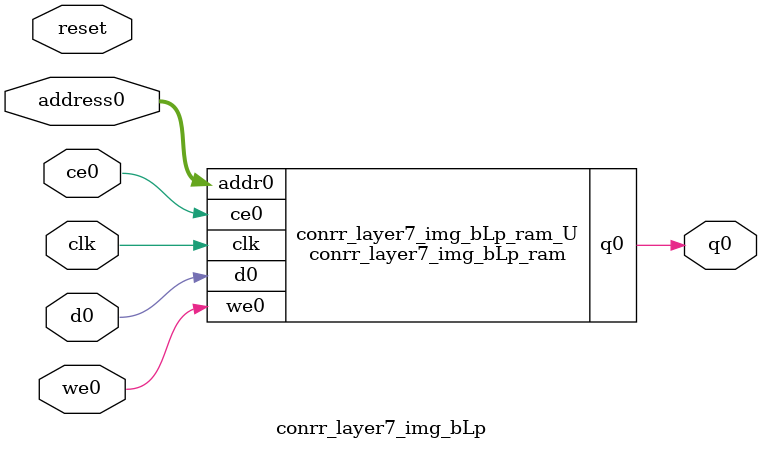
<source format=v>
`timescale 1 ns / 1 ps
module conrr_layer7_img_bLp_ram (addr0, ce0, d0, we0, q0,  clk);

parameter DWIDTH = 1;
parameter AWIDTH = 10;
parameter MEM_SIZE = 768;

input[AWIDTH-1:0] addr0;
input ce0;
input[DWIDTH-1:0] d0;
input we0;
output reg[DWIDTH-1:0] q0;
input clk;

(* ram_style = "distributed" *)reg [DWIDTH-1:0] ram[0:MEM_SIZE-1];




always @(posedge clk)  
begin 
    if (ce0) 
    begin
        if (we0) 
        begin 
            ram[addr0] <= d0; 
        end 
        q0 <= ram[addr0];
    end
end


endmodule

`timescale 1 ns / 1 ps
module conrr_layer7_img_bLp(
    reset,
    clk,
    address0,
    ce0,
    we0,
    d0,
    q0);

parameter DataWidth = 32'd1;
parameter AddressRange = 32'd768;
parameter AddressWidth = 32'd10;
input reset;
input clk;
input[AddressWidth - 1:0] address0;
input ce0;
input we0;
input[DataWidth - 1:0] d0;
output[DataWidth - 1:0] q0;



conrr_layer7_img_bLp_ram conrr_layer7_img_bLp_ram_U(
    .clk( clk ),
    .addr0( address0 ),
    .ce0( ce0 ),
    .we0( we0 ),
    .d0( d0 ),
    .q0( q0 ));

endmodule


</source>
